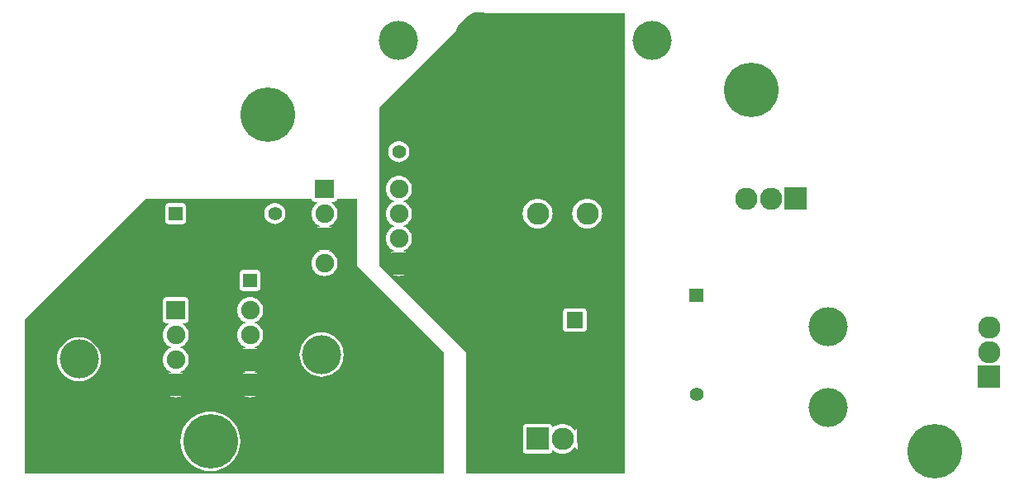
<source format=gbr>
G04 start of page 3 for group 1 idx 1 *
G04 Title: (unknown), ground *
G04 Creator: pcb 20110918 *
G04 CreationDate: Sun 16 Mar 2014 12:10:26 AM GMT UTC *
G04 For: tyrian *
G04 Format: Gerber/RS-274X *
G04 PCB-Dimensions: 800000 800000 *
G04 PCB-Coordinate-Origin: lower left *
%MOIN*%
%FSLAX25Y25*%
%LNBOTTOM*%
%ADD40C,0.0500*%
%ADD39C,0.0430*%
%ADD38C,0.0380*%
%ADD37C,0.0300*%
%ADD36C,0.1200*%
%ADD35C,0.0787*%
%ADD34C,0.0400*%
%ADD33C,0.0650*%
%ADD32C,0.0750*%
%ADD31C,0.0550*%
%ADD30C,0.2200*%
%ADD29C,0.1575*%
%ADD28C,0.0200*%
%ADD27C,0.0900*%
%ADD26C,0.0001*%
G54D26*G36*
X344325Y558675D02*X361000Y542000D01*
Y493000D01*
X344325D01*
Y532100D01*
X344339Y532099D01*
X345731Y532208D01*
X347090Y532534D01*
X348380Y533069D01*
X349571Y533799D01*
X350633Y534706D01*
X351540Y535768D01*
X352270Y536959D01*
X352805Y538249D01*
X353131Y539608D01*
X353213Y541000D01*
X353131Y542392D01*
X352805Y543751D01*
X352270Y545041D01*
X351540Y546232D01*
X350633Y547294D01*
X349571Y548201D01*
X348380Y548931D01*
X347090Y549466D01*
X345731Y549792D01*
X344339Y549901D01*
X344325Y549900D01*
Y558675D01*
G37*
G36*
X326000Y604000D02*Y577000D01*
X344325Y558675D01*
Y549900D01*
X342947Y549792D01*
X341588Y549466D01*
X340298Y548931D01*
X339107Y548201D01*
X338045Y547294D01*
X337138Y546232D01*
X336408Y545041D01*
X335873Y543751D01*
X335547Y542392D01*
X335438Y541000D01*
X335547Y539608D01*
X335873Y538249D01*
X336408Y536959D01*
X337138Y535768D01*
X338045Y534706D01*
X339107Y533799D01*
X340298Y533069D01*
X341588Y532534D01*
X342947Y532208D01*
X344325Y532100D01*
Y493000D01*
X311844D01*
Y532100D01*
X311858Y532099D01*
X313250Y532208D01*
X314609Y532534D01*
X315899Y533069D01*
X317090Y533799D01*
X318152Y534706D01*
X319059Y535768D01*
X319789Y536959D01*
X320324Y538249D01*
X320650Y539608D01*
X320732Y541000D01*
X320650Y542392D01*
X320324Y543751D01*
X319789Y545041D01*
X319059Y546232D01*
X318152Y547294D01*
X317090Y548201D01*
X315899Y548931D01*
X314609Y549466D01*
X313250Y549792D01*
X311858Y549901D01*
X311844Y549900D01*
Y572878D01*
X312176Y572799D01*
X313000Y572734D01*
X313824Y572799D01*
X314627Y572992D01*
X315391Y573308D01*
X316095Y573740D01*
X316724Y574276D01*
X317260Y574905D01*
X317692Y575609D01*
X318008Y576373D01*
X318201Y577176D01*
X318250Y578000D01*
X318201Y578824D01*
X318008Y579627D01*
X317692Y580391D01*
X317260Y581095D01*
X316724Y581724D01*
X316095Y582260D01*
X315391Y582692D01*
X314648Y583000D01*
X315391Y583308D01*
X316095Y583740D01*
X316724Y584276D01*
X317260Y584905D01*
X317692Y585609D01*
X318008Y586373D01*
X318201Y587176D01*
X318250Y588000D01*
X318201Y588824D01*
X318008Y589627D01*
X317692Y590391D01*
X317260Y591095D01*
X316724Y591724D01*
X316095Y592260D01*
X315391Y592692D01*
X314648Y593000D01*
X315391Y593308D01*
X316095Y593740D01*
X316724Y594276D01*
X317260Y594905D01*
X317692Y595609D01*
X318008Y596373D01*
X318201Y597176D01*
X318250Y598000D01*
X318201Y598824D01*
X318008Y599627D01*
X317692Y600391D01*
X317260Y601095D01*
X316724Y601724D01*
X316095Y602260D01*
X315391Y602692D01*
X315225Y602761D01*
X316985Y602764D01*
X317215Y602819D01*
X317433Y602909D01*
X317634Y603033D01*
X317814Y603186D01*
X317967Y603366D01*
X318091Y603567D01*
X318181Y603785D01*
X318233Y604000D01*
X326000D01*
G37*
G36*
X311844Y493000D02*X292993D01*
Y593737D01*
X293000Y593737D01*
X293667Y593789D01*
X294317Y593946D01*
X294935Y594202D01*
X295506Y594551D01*
X296014Y594986D01*
X296449Y595494D01*
X296798Y596065D01*
X297054Y596683D01*
X297211Y597333D01*
X297250Y598000D01*
X297211Y598667D01*
X297054Y599317D01*
X296798Y599935D01*
X296449Y600506D01*
X296014Y601014D01*
X295506Y601449D01*
X294935Y601798D01*
X294317Y602054D01*
X293667Y602211D01*
X293000Y602263D01*
X292993Y602263D01*
Y604000D01*
X307767D01*
X307819Y603785D01*
X307909Y603567D01*
X308033Y603366D01*
X308186Y603186D01*
X308366Y603033D01*
X308567Y602909D01*
X308785Y602819D01*
X309015Y602764D01*
X309250Y602750D01*
X310755Y602753D01*
X310609Y602692D01*
X309905Y602260D01*
X309276Y601724D01*
X308740Y601095D01*
X308308Y600391D01*
X307992Y599627D01*
X307799Y598824D01*
X307734Y598000D01*
X307799Y597176D01*
X307992Y596373D01*
X308308Y595609D01*
X308740Y594905D01*
X309276Y594276D01*
X309905Y593740D01*
X310609Y593308D01*
X311352Y593000D01*
X310609Y592692D01*
X309905Y592260D01*
X309276Y591724D01*
X308740Y591095D01*
X308308Y590391D01*
X307992Y589627D01*
X307799Y588824D01*
X307734Y588000D01*
X307799Y587176D01*
X307992Y586373D01*
X308308Y585609D01*
X308740Y584905D01*
X309276Y584276D01*
X309905Y583740D01*
X310609Y583308D01*
X311352Y583000D01*
X310609Y582692D01*
X309905Y582260D01*
X309276Y581724D01*
X308740Y581095D01*
X308308Y580391D01*
X307992Y579627D01*
X307799Y578824D01*
X307734Y578000D01*
X307799Y577176D01*
X307992Y576373D01*
X308308Y575609D01*
X308740Y574905D01*
X309276Y574276D01*
X309905Y573740D01*
X310609Y573308D01*
X311373Y572992D01*
X311844Y572878D01*
Y549900D01*
X310466Y549792D01*
X309107Y549466D01*
X307817Y548931D01*
X306626Y548201D01*
X305564Y547294D01*
X304657Y546232D01*
X303927Y545041D01*
X303392Y543751D01*
X303066Y542392D01*
X302957Y541000D01*
X303066Y539608D01*
X303392Y538249D01*
X303927Y536959D01*
X304657Y535768D01*
X305564Y534706D01*
X306626Y533799D01*
X307817Y533069D01*
X309107Y532534D01*
X310466Y532208D01*
X311844Y532100D01*
Y493000D01*
G37*
G36*
X292993D02*X283000D01*
Y523734D01*
X283824Y523799D01*
X284627Y523992D01*
X285391Y524308D01*
X286095Y524740D01*
X286724Y525276D01*
X287260Y525905D01*
X287692Y526609D01*
X288008Y527373D01*
X288201Y528176D01*
X288250Y529000D01*
X288201Y529824D01*
X288008Y530627D01*
X287692Y531391D01*
X287260Y532095D01*
X286724Y532724D01*
X286095Y533260D01*
X285391Y533692D01*
X284648Y534000D01*
X285391Y534308D01*
X286095Y534740D01*
X286724Y535276D01*
X287260Y535905D01*
X287692Y536609D01*
X288008Y537373D01*
X288201Y538176D01*
X288250Y539000D01*
X288201Y539824D01*
X288008Y540627D01*
X287692Y541391D01*
X287260Y542095D01*
X286724Y542724D01*
X286095Y543260D01*
X285391Y543692D01*
X284648Y544000D01*
X285391Y544308D01*
X286095Y544740D01*
X286724Y545276D01*
X287260Y545905D01*
X287692Y546609D01*
X288008Y547373D01*
X288201Y548176D01*
X288250Y549000D01*
X288201Y549824D01*
X288008Y550627D01*
X287692Y551391D01*
X287260Y552095D01*
X286724Y552724D01*
X286095Y553260D01*
X285391Y553692D01*
X284648Y554000D01*
X285391Y554308D01*
X286095Y554740D01*
X286724Y555276D01*
X287260Y555905D01*
X287692Y556609D01*
X288008Y557373D01*
X288201Y558176D01*
X288250Y559000D01*
X288201Y559824D01*
X288008Y560627D01*
X287692Y561391D01*
X287260Y562095D01*
X286724Y562724D01*
X286095Y563260D01*
X285391Y563692D01*
X284627Y564008D01*
X283824Y564201D01*
X283000Y564266D01*
Y566757D01*
X285985Y566764D01*
X286215Y566819D01*
X286433Y566909D01*
X286634Y567033D01*
X286814Y567186D01*
X286967Y567366D01*
X287091Y567567D01*
X287181Y567785D01*
X287236Y568015D01*
X287250Y568250D01*
X287236Y573985D01*
X287181Y574215D01*
X287091Y574433D01*
X286967Y574634D01*
X286814Y574814D01*
X286634Y574967D01*
X286433Y575091D01*
X286215Y575181D01*
X285985Y575236D01*
X285750Y575250D01*
X283000Y575243D01*
Y604000D01*
X292993D01*
Y602263D01*
X292333Y602211D01*
X291683Y602054D01*
X291065Y601798D01*
X290494Y601449D01*
X289986Y601014D01*
X289551Y600506D01*
X289202Y599935D01*
X288946Y599317D01*
X288789Y598667D01*
X288737Y598000D01*
X288789Y597333D01*
X288946Y596683D01*
X289202Y596065D01*
X289551Y595494D01*
X289986Y594986D01*
X290494Y594551D01*
X291065Y594202D01*
X291683Y593946D01*
X292333Y593789D01*
X292993Y593737D01*
Y493000D01*
G37*
G36*
X283000D02*X272993D01*
Y495599D01*
X274075Y496262D01*
X275511Y497489D01*
X276738Y498925D01*
X277725Y500535D01*
X278448Y502280D01*
X278889Y504117D01*
X279000Y506000D01*
X278889Y507883D01*
X278448Y509720D01*
X277725Y511465D01*
X276738Y513075D01*
X275511Y514511D01*
X274075Y515738D01*
X272993Y516401D01*
Y566737D01*
X273000Y566737D01*
X273667Y566789D01*
X274317Y566946D01*
X274935Y567202D01*
X275506Y567551D01*
X276014Y567986D01*
X276449Y568494D01*
X276798Y569065D01*
X277054Y569683D01*
X277211Y570333D01*
X277250Y571000D01*
X277211Y571667D01*
X277054Y572317D01*
X276798Y572935D01*
X276449Y573506D01*
X276014Y574014D01*
X275506Y574449D01*
X274935Y574798D01*
X274317Y575054D01*
X273667Y575211D01*
X273000Y575263D01*
X272993Y575263D01*
Y604000D01*
X283000D01*
Y575243D01*
X280015Y575236D01*
X279785Y575181D01*
X279567Y575091D01*
X279366Y574967D01*
X279186Y574814D01*
X279033Y574634D01*
X278909Y574433D01*
X278819Y574215D01*
X278764Y573985D01*
X278750Y573750D01*
X278764Y568015D01*
X278819Y567785D01*
X278909Y567567D01*
X279033Y567366D01*
X279186Y567186D01*
X279366Y567033D01*
X279567Y566909D01*
X279785Y566819D01*
X280015Y566764D01*
X280250Y566750D01*
X283000Y566757D01*
Y564266D01*
X282176Y564201D01*
X281373Y564008D01*
X280609Y563692D01*
X279905Y563260D01*
X279276Y562724D01*
X278740Y562095D01*
X278308Y561391D01*
X277992Y560627D01*
X277799Y559824D01*
X277734Y559000D01*
X277799Y558176D01*
X277992Y557373D01*
X278308Y556609D01*
X278740Y555905D01*
X279276Y555276D01*
X279905Y554740D01*
X280609Y554308D01*
X281352Y554000D01*
X280609Y553692D01*
X279905Y553260D01*
X279276Y552724D01*
X278740Y552095D01*
X278308Y551391D01*
X277992Y550627D01*
X277799Y549824D01*
X277734Y549000D01*
X277799Y548176D01*
X277992Y547373D01*
X278308Y546609D01*
X278740Y545905D01*
X279276Y545276D01*
X279905Y544740D01*
X280609Y544308D01*
X281352Y544000D01*
X280609Y543692D01*
X279905Y543260D01*
X279276Y542724D01*
X278740Y542095D01*
X278308Y541391D01*
X277992Y540627D01*
X277799Y539824D01*
X277734Y539000D01*
X277799Y538176D01*
X277992Y537373D01*
X278308Y536609D01*
X278740Y535905D01*
X279276Y535276D01*
X279905Y534740D01*
X280609Y534308D01*
X281352Y534000D01*
X280609Y533692D01*
X279905Y533260D01*
X279276Y532724D01*
X278740Y532095D01*
X278308Y531391D01*
X277992Y530627D01*
X277799Y529824D01*
X277734Y529000D01*
X277799Y528176D01*
X277992Y527373D01*
X278308Y526609D01*
X278740Y525905D01*
X279276Y525276D01*
X279905Y524740D01*
X280609Y524308D01*
X281373Y523992D01*
X282176Y523799D01*
X283000Y523734D01*
Y493000D01*
G37*
G36*
X272993Y516401D02*X272465Y516725D01*
X270720Y517448D01*
X268883Y517889D01*
X267000Y518037D01*
X266981Y518036D01*
Y604000D01*
X272993D01*
Y575263D01*
X272333Y575211D01*
X271683Y575054D01*
X271065Y574798D01*
X270494Y574449D01*
X269986Y574014D01*
X269551Y573506D01*
X269202Y572935D01*
X268946Y572317D01*
X268789Y571667D01*
X268737Y571000D01*
X268789Y570333D01*
X268946Y569683D01*
X269202Y569065D01*
X269551Y568494D01*
X269986Y567986D01*
X270494Y567551D01*
X271065Y567202D01*
X271683Y566946D01*
X272333Y566789D01*
X272993Y566737D01*
Y516401D01*
G37*
G36*
Y493000D02*X266981D01*
Y493964D01*
X267000Y493963D01*
X268883Y494111D01*
X270720Y494552D01*
X272465Y495275D01*
X272993Y495599D01*
Y493000D01*
G37*
G36*
X266981D02*X253000D01*
Y523734D01*
X253824Y523799D01*
X254627Y523992D01*
X255391Y524308D01*
X256095Y524740D01*
X256724Y525276D01*
X257260Y525905D01*
X257692Y526609D01*
X258008Y527373D01*
X258201Y528176D01*
X258250Y529000D01*
X258201Y529824D01*
X258008Y530627D01*
X257692Y531391D01*
X257260Y532095D01*
X256724Y532724D01*
X256095Y533260D01*
X255391Y533692D01*
X254648Y534000D01*
X255391Y534308D01*
X256095Y534740D01*
X256724Y535276D01*
X257260Y535905D01*
X257692Y536609D01*
X258008Y537373D01*
X258201Y538176D01*
X258250Y539000D01*
X258201Y539824D01*
X258008Y540627D01*
X257692Y541391D01*
X257260Y542095D01*
X256724Y542724D01*
X256095Y543260D01*
X255391Y543692D01*
X254648Y544000D01*
X255391Y544308D01*
X256095Y544740D01*
X256724Y545276D01*
X257260Y545905D01*
X257692Y546609D01*
X258008Y547373D01*
X258201Y548176D01*
X258250Y549000D01*
X258201Y549824D01*
X258008Y550627D01*
X257692Y551391D01*
X257260Y552095D01*
X256724Y552724D01*
X256095Y553260D01*
X255391Y553692D01*
X255225Y553761D01*
X256985Y553764D01*
X257215Y553819D01*
X257433Y553909D01*
X257634Y554033D01*
X257814Y554186D01*
X257967Y554366D01*
X258091Y554567D01*
X258181Y554785D01*
X258236Y555015D01*
X258250Y555250D01*
X258236Y562985D01*
X258181Y563215D01*
X258091Y563433D01*
X257967Y563634D01*
X257814Y563814D01*
X257634Y563967D01*
X257433Y564091D01*
X257215Y564181D01*
X256985Y564236D01*
X256750Y564250D01*
X253000Y564243D01*
Y593757D01*
X255985Y593764D01*
X256215Y593819D01*
X256433Y593909D01*
X256634Y594033D01*
X256814Y594186D01*
X256967Y594366D01*
X257091Y594567D01*
X257181Y594785D01*
X257236Y595015D01*
X257250Y595250D01*
X257236Y600985D01*
X257181Y601215D01*
X257091Y601433D01*
X256967Y601634D01*
X256814Y601814D01*
X256634Y601967D01*
X256433Y602091D01*
X256215Y602181D01*
X255985Y602236D01*
X255750Y602250D01*
X253000Y602243D01*
Y604000D01*
X266981D01*
Y518036D01*
X265117Y517889D01*
X263280Y517448D01*
X261535Y516725D01*
X259925Y515738D01*
X258489Y514511D01*
X257262Y513075D01*
X256275Y511465D01*
X255552Y509720D01*
X255111Y507883D01*
X254963Y506000D01*
X255111Y504117D01*
X255552Y502280D01*
X256275Y500535D01*
X257262Y498925D01*
X258489Y497489D01*
X259925Y496262D01*
X261535Y495275D01*
X263280Y494552D01*
X265117Y494111D01*
X266981Y493964D01*
Y493000D01*
G37*
G36*
X253000D02*X213986D01*
Y497761D01*
X214000Y497760D01*
X215392Y497869D01*
X216751Y498195D01*
X218041Y498730D01*
X219232Y499460D01*
X220294Y500367D01*
X221201Y501429D01*
X221931Y502620D01*
X222466Y503910D01*
X222792Y505269D01*
X222874Y506661D01*
X222792Y508053D01*
X222466Y509412D01*
X221931Y510702D01*
X221201Y511893D01*
X220294Y512955D01*
X219232Y513862D01*
X218041Y514592D01*
X216751Y515127D01*
X215392Y515453D01*
X214000Y515562D01*
X213986Y515561D01*
Y530242D01*
X214000Y530241D01*
X215392Y530350D01*
X216751Y530676D01*
X218041Y531211D01*
X219232Y531941D01*
X220294Y532848D01*
X221201Y533910D01*
X221931Y535101D01*
X222466Y536391D01*
X222792Y537750D01*
X222874Y539142D01*
X222792Y540534D01*
X222466Y541893D01*
X221931Y543183D01*
X221201Y544374D01*
X220294Y545436D01*
X219232Y546343D01*
X218041Y547073D01*
X216751Y547608D01*
X215392Y547934D01*
X214000Y548043D01*
X213986Y548042D01*
Y576986D01*
X241000Y604000D01*
X253000D01*
Y602243D01*
X250015Y602236D01*
X249785Y602181D01*
X249567Y602091D01*
X249366Y601967D01*
X249186Y601814D01*
X249033Y601634D01*
X248909Y601433D01*
X248819Y601215D01*
X248764Y600985D01*
X248750Y600750D01*
X248764Y595015D01*
X248819Y594785D01*
X248909Y594567D01*
X249033Y594366D01*
X249186Y594186D01*
X249366Y594033D01*
X249567Y593909D01*
X249785Y593819D01*
X250015Y593764D01*
X250250Y593750D01*
X253000Y593757D01*
Y564243D01*
X249015Y564236D01*
X248785Y564181D01*
X248567Y564091D01*
X248366Y563967D01*
X248186Y563814D01*
X248033Y563634D01*
X247909Y563433D01*
X247819Y563215D01*
X247764Y562985D01*
X247750Y562750D01*
X247764Y555015D01*
X247819Y554785D01*
X247909Y554567D01*
X248033Y554366D01*
X248186Y554186D01*
X248366Y554033D01*
X248567Y553909D01*
X248785Y553819D01*
X249015Y553764D01*
X249250Y553750D01*
X250755Y553753D01*
X250609Y553692D01*
X249905Y553260D01*
X249276Y552724D01*
X248740Y552095D01*
X248308Y551391D01*
X247992Y550627D01*
X247799Y549824D01*
X247734Y549000D01*
X247799Y548176D01*
X247992Y547373D01*
X248308Y546609D01*
X248740Y545905D01*
X249276Y545276D01*
X249905Y544740D01*
X250609Y544308D01*
X251352Y544000D01*
X250609Y543692D01*
X249905Y543260D01*
X249276Y542724D01*
X248740Y542095D01*
X248308Y541391D01*
X247992Y540627D01*
X247799Y539824D01*
X247734Y539000D01*
X247799Y538176D01*
X247992Y537373D01*
X248308Y536609D01*
X248740Y535905D01*
X249276Y535276D01*
X249905Y534740D01*
X250609Y534308D01*
X251352Y534000D01*
X250609Y533692D01*
X249905Y533260D01*
X249276Y532724D01*
X248740Y532095D01*
X248308Y531391D01*
X247992Y530627D01*
X247799Y529824D01*
X247734Y529000D01*
X247799Y528176D01*
X247992Y527373D01*
X248308Y526609D01*
X248740Y525905D01*
X249276Y525276D01*
X249905Y524740D01*
X250609Y524308D01*
X251373Y523992D01*
X252176Y523799D01*
X253000Y523734D01*
Y493000D01*
G37*
G36*
X213986D02*X192000D01*
Y555000D01*
X213986Y576986D01*
Y548042D01*
X212608Y547934D01*
X211249Y547608D01*
X209959Y547073D01*
X208768Y546343D01*
X207706Y545436D01*
X206799Y544374D01*
X206069Y543183D01*
X205534Y541893D01*
X205208Y540534D01*
X205099Y539142D01*
X205208Y537750D01*
X205534Y536391D01*
X206069Y535101D01*
X206799Y533910D01*
X207706Y532848D01*
X208768Y531941D01*
X209959Y531211D01*
X211249Y530676D01*
X212608Y530350D01*
X213986Y530242D01*
Y515561D01*
X212608Y515453D01*
X211249Y515127D01*
X209959Y514592D01*
X208768Y513862D01*
X207706Y512955D01*
X206799Y511893D01*
X206069Y510702D01*
X205534Y509412D01*
X205208Y508053D01*
X205099Y506661D01*
X205208Y505269D01*
X205534Y503910D01*
X206069Y502620D01*
X206799Y501429D01*
X207706Y500367D01*
X208768Y499460D01*
X209959Y498730D01*
X211249Y498195D01*
X212608Y497869D01*
X213986Y497761D01*
Y493000D01*
G37*
G36*
X434000Y679000D02*Y493000D01*
X418991D01*
Y500982D01*
X419000Y500981D01*
X419942Y501056D01*
X420860Y501276D01*
X421732Y501637D01*
X422538Y502131D01*
X423256Y502744D01*
X423869Y503462D01*
X424363Y504268D01*
X424724Y505140D01*
X424944Y506058D01*
X425000Y507000D01*
X424944Y507942D01*
X424724Y508860D01*
X424363Y509732D01*
X423869Y510538D01*
X423256Y511256D01*
X422538Y511869D01*
X421732Y512363D01*
X420860Y512724D01*
X419942Y512944D01*
X419000Y513019D01*
X418991Y513018D01*
Y591982D01*
X419000Y591981D01*
X419942Y592056D01*
X420860Y592276D01*
X421732Y592637D01*
X422538Y593131D01*
X423256Y593744D01*
X423869Y594462D01*
X424363Y595268D01*
X424724Y596140D01*
X424944Y597058D01*
X425000Y598000D01*
X424944Y598942D01*
X424724Y599860D01*
X424363Y600732D01*
X423869Y601538D01*
X423256Y602256D01*
X422538Y602869D01*
X421732Y603363D01*
X420860Y603724D01*
X419942Y603944D01*
X419000Y604019D01*
X418991Y604018D01*
Y661747D01*
X419862Y662768D01*
X420592Y663959D01*
X421127Y665249D01*
X421453Y666608D01*
X421535Y668000D01*
X421453Y669392D01*
X421127Y670751D01*
X420592Y672041D01*
X419862Y673232D01*
X418991Y674253D01*
Y679000D01*
X434000D01*
G37*
G36*
X418991Y674253D02*X418955Y674294D01*
X417893Y675201D01*
X416702Y675931D01*
X415412Y676466D01*
X414053Y676792D01*
X412661Y676901D01*
X412647Y676900D01*
Y679000D01*
X418991D01*
Y674253D01*
G37*
G36*
Y513018D02*X418058Y512944D01*
X417140Y512724D01*
X416268Y512363D01*
X415462Y511869D01*
X414744Y511256D01*
X414131Y510538D01*
X414000Y510324D01*
X413869Y510538D01*
X413256Y511256D01*
X412647Y511775D01*
Y550254D01*
X417485Y550264D01*
X417715Y550319D01*
X417933Y550409D01*
X418134Y550533D01*
X418314Y550686D01*
X418467Y550866D01*
X418591Y551067D01*
X418681Y551285D01*
X418736Y551515D01*
X418750Y551750D01*
X418736Y558485D01*
X418681Y558715D01*
X418591Y558933D01*
X418467Y559134D01*
X418314Y559314D01*
X418134Y559467D01*
X417933Y559591D01*
X417715Y559681D01*
X417485Y559736D01*
X417250Y559750D01*
X412647Y559741D01*
Y659100D01*
X412661Y659099D01*
X414053Y659208D01*
X415412Y659534D01*
X416702Y660069D01*
X417893Y660799D01*
X418955Y661706D01*
X418991Y661747D01*
Y604018D01*
X418058Y603944D01*
X417140Y603724D01*
X416268Y603363D01*
X415462Y602869D01*
X414744Y602256D01*
X414131Y601538D01*
X413637Y600732D01*
X413276Y599860D01*
X413056Y598942D01*
X412981Y598000D01*
X413056Y597058D01*
X413276Y596140D01*
X413637Y595268D01*
X414131Y594462D01*
X414744Y593744D01*
X415462Y593131D01*
X416268Y592637D01*
X417140Y592276D01*
X418058Y592056D01*
X418991Y591982D01*
Y513018D01*
G37*
G36*
Y493000D02*X412647D01*
Y502225D01*
X413256Y502744D01*
X413869Y503462D01*
X414000Y503676D01*
X414131Y503462D01*
X414744Y502744D01*
X415462Y502131D01*
X416268Y501637D01*
X417140Y501276D01*
X418058Y501056D01*
X418991Y500982D01*
Y493000D01*
G37*
G36*
X403993Y666093D02*X404195Y665249D01*
X404730Y663959D01*
X405460Y662768D01*
X406367Y661706D01*
X407429Y660799D01*
X408620Y660069D01*
X409910Y659534D01*
X411269Y659208D01*
X412647Y659100D01*
Y559741D01*
X410515Y559736D01*
X410285Y559681D01*
X410067Y559591D01*
X409866Y559467D01*
X409686Y559314D01*
X409533Y559134D01*
X409409Y558933D01*
X409319Y558715D01*
X409264Y558485D01*
X409250Y558250D01*
X409264Y551515D01*
X409319Y551285D01*
X409409Y551067D01*
X409533Y550866D01*
X409686Y550686D01*
X409866Y550533D01*
X410067Y550409D01*
X410285Y550319D01*
X410515Y550264D01*
X410750Y550250D01*
X412647Y550254D01*
Y511775D01*
X412538Y511869D01*
X411732Y512363D01*
X410860Y512724D01*
X409942Y512944D01*
X409000Y513019D01*
X408058Y512944D01*
X407140Y512724D01*
X406268Y512363D01*
X405462Y511869D01*
X404987Y511463D01*
X404986Y511735D01*
X404931Y511965D01*
X404841Y512183D01*
X404717Y512384D01*
X404564Y512564D01*
X404384Y512717D01*
X404183Y512841D01*
X403993Y512920D01*
Y550236D01*
X404000Y550235D01*
X404745Y550294D01*
X405472Y550469D01*
X406163Y550755D01*
X406801Y551145D01*
X407369Y551631D01*
X407855Y552199D01*
X408245Y552837D01*
X408531Y553528D01*
X408706Y554255D01*
X408750Y555000D01*
X408706Y555745D01*
X408531Y556472D01*
X408245Y557163D01*
X407855Y557801D01*
X407369Y558369D01*
X406801Y558855D01*
X406163Y559245D01*
X405472Y559531D01*
X404745Y559706D01*
X404000Y559765D01*
X403993Y559764D01*
Y594664D01*
X404363Y595268D01*
X404724Y596140D01*
X404944Y597058D01*
X405000Y598000D01*
X404944Y598942D01*
X404724Y599860D01*
X404363Y600732D01*
X403993Y601336D01*
Y666093D01*
G37*
G36*
Y679000D02*X412647D01*
Y676900D01*
X411269Y676792D01*
X409910Y676466D01*
X408620Y675931D01*
X407429Y675201D01*
X406367Y674294D01*
X405460Y673232D01*
X404730Y672041D01*
X404195Y670751D01*
X403993Y669907D01*
Y679000D01*
G37*
G36*
X412647Y493000D02*X403993D01*
Y501080D01*
X404183Y501159D01*
X404384Y501283D01*
X404564Y501436D01*
X404717Y501616D01*
X404841Y501817D01*
X404931Y502035D01*
X404986Y502265D01*
X405000Y502500D01*
X405000Y502526D01*
X405462Y502131D01*
X406268Y501637D01*
X407140Y501276D01*
X408058Y501056D01*
X409000Y500981D01*
X409942Y501056D01*
X410860Y501276D01*
X411732Y501637D01*
X412538Y502131D01*
X412647Y502225D01*
Y493000D01*
G37*
G36*
X403993D02*X375325D01*
Y659100D01*
X375339Y659099D01*
X376731Y659208D01*
X378090Y659534D01*
X379380Y660069D01*
X380571Y660799D01*
X381633Y661706D01*
X382540Y662768D01*
X383270Y663959D01*
X383805Y665249D01*
X384131Y666608D01*
X384213Y668000D01*
X384131Y669392D01*
X383805Y670751D01*
X383270Y672041D01*
X382540Y673232D01*
X381633Y674294D01*
X380571Y675201D01*
X379380Y675931D01*
X378090Y676466D01*
X376731Y676792D01*
X375339Y676901D01*
X375325Y676900D01*
Y679000D01*
X403993D01*
Y669907D01*
X403869Y669392D01*
X403760Y668000D01*
X403869Y666608D01*
X403993Y666093D01*
Y601336D01*
X403869Y601538D01*
X403256Y602256D01*
X402538Y602869D01*
X401732Y603363D01*
X400860Y603724D01*
X399942Y603944D01*
X399000Y604019D01*
X398058Y603944D01*
X397140Y603724D01*
X396268Y603363D01*
X395462Y602869D01*
X394744Y602256D01*
X394131Y601538D01*
X393637Y600732D01*
X393276Y599860D01*
X393056Y598942D01*
X392981Y598000D01*
X393056Y597058D01*
X393276Y596140D01*
X393637Y595268D01*
X394131Y594462D01*
X394744Y593744D01*
X395462Y593131D01*
X396268Y592637D01*
X397140Y592276D01*
X398058Y592056D01*
X399000Y591981D01*
X399942Y592056D01*
X400860Y592276D01*
X401732Y592637D01*
X402538Y593131D01*
X403256Y593744D01*
X403869Y594462D01*
X403993Y594664D01*
Y559764D01*
X403255Y559706D01*
X402528Y559531D01*
X401837Y559245D01*
X401199Y558855D01*
X400631Y558369D01*
X400145Y557801D01*
X399755Y557163D01*
X399469Y556472D01*
X399294Y555745D01*
X399235Y555000D01*
X399294Y554255D01*
X399469Y553528D01*
X399755Y552837D01*
X400145Y552199D01*
X400631Y551631D01*
X401199Y551145D01*
X401837Y550755D01*
X402528Y550469D01*
X403255Y550294D01*
X403993Y550236D01*
Y512920D01*
X403965Y512931D01*
X403735Y512986D01*
X403500Y513000D01*
X394265Y512986D01*
X394035Y512931D01*
X393817Y512841D01*
X393616Y512717D01*
X393436Y512564D01*
X393283Y512384D01*
X393159Y512183D01*
X393069Y511965D01*
X393014Y511735D01*
X393000Y511500D01*
X393014Y502265D01*
X393069Y502035D01*
X393159Y501817D01*
X393283Y501616D01*
X393436Y501436D01*
X393616Y501283D01*
X393817Y501159D01*
X394035Y501069D01*
X394265Y501014D01*
X394500Y501000D01*
X403735Y501014D01*
X403965Y501069D01*
X403993Y501080D01*
Y493000D01*
G37*
G36*
X375325D02*X370000D01*
Y542000D01*
X353000Y559000D01*
Y618757D01*
X355985Y618764D01*
X356215Y618819D01*
X356433Y618909D01*
X356634Y619033D01*
X356814Y619186D01*
X356967Y619366D01*
X357091Y619567D01*
X357181Y619785D01*
X357236Y620015D01*
X357250Y620250D01*
X357236Y625985D01*
X357181Y626215D01*
X357091Y626433D01*
X356967Y626634D01*
X356814Y626814D01*
X356634Y626967D01*
X356433Y627091D01*
X356215Y627181D01*
X355985Y627236D01*
X355750Y627250D01*
X353000Y627243D01*
Y659000D01*
X373000Y679000D01*
X375325D01*
Y676900D01*
X373947Y676792D01*
X372588Y676466D01*
X371298Y675931D01*
X370107Y675201D01*
X369045Y674294D01*
X368138Y673232D01*
X367408Y672041D01*
X366873Y670751D01*
X366547Y669392D01*
X366438Y668000D01*
X366547Y666608D01*
X366873Y665249D01*
X367408Y663959D01*
X368138Y662768D01*
X369045Y661706D01*
X370107Y660799D01*
X371298Y660069D01*
X372588Y659534D01*
X373947Y659208D01*
X375325Y659100D01*
Y493000D01*
G37*
G36*
X353000Y559000D02*X342993Y569007D01*
Y572734D01*
X343000Y572734D01*
X343824Y572799D01*
X344627Y572992D01*
X345391Y573308D01*
X346095Y573740D01*
X346724Y574276D01*
X347260Y574905D01*
X347692Y575609D01*
X348008Y576373D01*
X348201Y577176D01*
X348250Y578000D01*
X348201Y578824D01*
X348008Y579627D01*
X347692Y580391D01*
X347260Y581095D01*
X346724Y581724D01*
X346095Y582260D01*
X345391Y582692D01*
X344648Y583000D01*
X345391Y583308D01*
X346095Y583740D01*
X346724Y584276D01*
X347260Y584905D01*
X347692Y585609D01*
X348008Y586373D01*
X348201Y587176D01*
X348250Y588000D01*
X348201Y588824D01*
X348008Y589627D01*
X347692Y590391D01*
X347260Y591095D01*
X346724Y591724D01*
X346095Y592260D01*
X345391Y592692D01*
X344648Y593000D01*
X345391Y593308D01*
X346095Y593740D01*
X346724Y594276D01*
X347260Y594905D01*
X347692Y595609D01*
X348008Y596373D01*
X348201Y597176D01*
X348250Y598000D01*
X348201Y598824D01*
X348008Y599627D01*
X347692Y600391D01*
X347260Y601095D01*
X346724Y601724D01*
X346095Y602260D01*
X345391Y602692D01*
X344648Y603000D01*
X345391Y603308D01*
X346095Y603740D01*
X346724Y604276D01*
X347260Y604905D01*
X347692Y605609D01*
X348008Y606373D01*
X348201Y607176D01*
X348250Y608000D01*
X348201Y608824D01*
X348008Y609627D01*
X347692Y610391D01*
X347260Y611095D01*
X346724Y611724D01*
X346095Y612260D01*
X345391Y612692D01*
X344627Y613008D01*
X343824Y613201D01*
X343000Y613266D01*
X342993Y613266D01*
Y618737D01*
X343000Y618737D01*
X343667Y618789D01*
X344317Y618946D01*
X344935Y619202D01*
X345506Y619551D01*
X346014Y619986D01*
X346449Y620494D01*
X346798Y621065D01*
X347054Y621683D01*
X347211Y622333D01*
X347250Y623000D01*
X347211Y623667D01*
X347054Y624317D01*
X346798Y624935D01*
X346449Y625506D01*
X346014Y626014D01*
X345506Y626449D01*
X344935Y626798D01*
X344317Y627054D01*
X343667Y627211D01*
X343000Y627263D01*
X342993Y627263D01*
Y648993D01*
X353000Y659000D01*
Y627243D01*
X350015Y627236D01*
X349785Y627181D01*
X349567Y627091D01*
X349366Y626967D01*
X349186Y626814D01*
X349033Y626634D01*
X348909Y626433D01*
X348819Y626215D01*
X348764Y625985D01*
X348750Y625750D01*
X348764Y620015D01*
X348819Y619785D01*
X348909Y619567D01*
X349033Y619366D01*
X349186Y619186D01*
X349366Y619033D01*
X349567Y618909D01*
X349785Y618819D01*
X350015Y618764D01*
X350250Y618750D01*
X353000Y618757D01*
Y559000D01*
G37*
G36*
X342993Y569007D02*X335000Y577000D01*
Y641000D01*
X342993Y648993D01*
Y627263D01*
X342333Y627211D01*
X341683Y627054D01*
X341065Y626798D01*
X340494Y626449D01*
X339986Y626014D01*
X339551Y625506D01*
X339202Y624935D01*
X338946Y624317D01*
X338789Y623667D01*
X338737Y623000D01*
X338789Y622333D01*
X338946Y621683D01*
X339202Y621065D01*
X339551Y620494D01*
X339986Y619986D01*
X340494Y619551D01*
X341065Y619202D01*
X341683Y618946D01*
X342333Y618789D01*
X342993Y618737D01*
Y613266D01*
X342176Y613201D01*
X341373Y613008D01*
X340609Y612692D01*
X339905Y612260D01*
X339276Y611724D01*
X338740Y611095D01*
X338308Y610391D01*
X337992Y609627D01*
X337799Y608824D01*
X337734Y608000D01*
X337799Y607176D01*
X337992Y606373D01*
X338308Y605609D01*
X338740Y604905D01*
X339276Y604276D01*
X339905Y603740D01*
X340609Y603308D01*
X341352Y603000D01*
X340609Y602692D01*
X339905Y602260D01*
X339276Y601724D01*
X338740Y601095D01*
X338308Y600391D01*
X337992Y599627D01*
X337799Y598824D01*
X337734Y598000D01*
X337799Y597176D01*
X337992Y596373D01*
X338308Y595609D01*
X338740Y594905D01*
X339276Y594276D01*
X339905Y593740D01*
X340609Y593308D01*
X341352Y593000D01*
X340609Y592692D01*
X339905Y592260D01*
X339276Y591724D01*
X338740Y591095D01*
X338308Y590391D01*
X337992Y589627D01*
X337799Y588824D01*
X337734Y588000D01*
X337799Y587176D01*
X337992Y586373D01*
X338308Y585609D01*
X338740Y584905D01*
X339276Y584276D01*
X339905Y583740D01*
X340609Y583308D01*
X341352Y583000D01*
X340609Y582692D01*
X339905Y582260D01*
X339276Y581724D01*
X338740Y581095D01*
X338308Y580391D01*
X337992Y579627D01*
X337799Y578824D01*
X337734Y578000D01*
X337799Y577176D01*
X337992Y576373D01*
X338308Y575609D01*
X338740Y574905D01*
X339276Y574276D01*
X339905Y573740D01*
X340609Y573308D01*
X341373Y572992D01*
X342176Y572799D01*
X342993Y572734D01*
Y569007D01*
G37*
G54D27*X253000Y529000D02*X248000D01*
X255000D01*
X283000D02*X278000D01*
X287000D01*
X283000Y539000D02*X277000D01*
X288000D01*
X273000Y571000D02*Y577000D01*
Y567000D01*
X313000Y588000D02*X307000D01*
X317000D01*
X354000Y541000D02*X345000Y550000D01*
X343000D02*X336000Y543000D01*
Y542000D01*
X347000Y531000D01*
X351000Y535000D01*
Y541000D01*
X343000Y578000D02*X341000D01*
X346000D01*
X213000Y515000D02*X205000Y507000D01*
Y506000D01*
X212000Y499000D01*
X214000Y506661D02*X214339Y507000D01*
X223000D01*
X215000Y515000D01*
X213000D01*
X212000Y499000D02*X219000D01*
X221000Y501000D01*
X344339Y541000D02*X354000D01*
X345000Y550000D02*X343000D01*
X353000Y623000D02*Y629000D01*
Y616000D01*
X375000Y675000D02*X376000D01*
X383000Y668000D01*
Y667000D01*
X377000Y661000D01*
X374000D01*
X370000Y665000D01*
Y671000D01*
X374000Y675000D01*
X420339Y655000D02*X429000D01*
X420000Y664000D01*
X411000Y655000D01*
X420000Y646000D01*
X428000Y654000D01*
X404000Y555000D02*Y562000D01*
Y550000D01*
G54D28*X408000Y566000D02*Y542000D01*
G54D27*X404000Y555000D02*X397000D01*
X419000Y507000D02*Y517000D01*
Y513000D01*
X425000Y507000D01*
X419000Y501000D01*
G54D28*X416000Y502000D02*Y507000D01*
G54D27*X414000Y662000D02*X410000D01*
X405000Y667000D01*
Y670000D01*
X409000Y674000D01*
X414000D01*
X419000Y669000D01*
G54D26*G36*
X498500Y608500D02*Y599500D01*
X507500D01*
Y608500D01*
X498500D01*
G37*
G54D27*X493000Y604000D03*
X483000D03*
G54D29*X445142Y668000D03*
G54D30*X485000Y648000D03*
G54D26*G36*
X576500Y536500D02*Y527500D01*
X585500D01*
Y536500D01*
X576500D01*
G37*
G54D27*X581000Y542000D03*
Y552000D03*
G54D29*X516000Y552142D03*
Y519661D03*
G54D26*G36*
X460250Y567750D02*Y562250D01*
X465750D01*
Y567750D01*
X460250D01*
G37*
G54D31*X463000Y525000D03*
G54D30*X559000Y502000D03*
G54D26*G36*
X280250Y573750D02*Y568250D01*
X285750D01*
Y573750D01*
X280250D01*
G37*
G54D32*X283000Y549000D03*
Y559000D03*
G54D31*X293000Y598000D03*
X273000Y571000D03*
G54D29*X311858Y541000D03*
X344339D03*
G54D32*X283000Y529000D03*
Y539000D03*
G54D26*G36*
X249250Y562750D02*Y555250D01*
X256750D01*
Y562750D01*
X249250D01*
G37*
G36*
X250250Y600750D02*Y595250D01*
X255750D01*
Y600750D01*
X250250D01*
G37*
G54D32*X253000Y549000D03*
G54D29*X214000Y539142D03*
Y506661D03*
G54D32*X253000Y539000D03*
Y529000D03*
G54D30*X267000Y506000D03*
G54D26*G36*
X350250Y625750D02*Y620250D01*
X355750D01*
Y625750D01*
X350250D01*
G37*
G54D29*X342858Y668000D03*
X375339D03*
X412661D03*
G54D31*X343000Y623000D03*
G54D32*Y578000D03*
Y588000D03*
Y598000D03*
Y608000D03*
G54D26*G36*
X410750Y558250D02*Y551750D01*
X417250D01*
Y558250D01*
X410750D01*
G37*
G54D33*X404000Y555000D03*
G54D26*G36*
X394500Y511500D02*Y502500D01*
X403500D01*
Y511500D01*
X394500D01*
G37*
G54D27*X409000Y507000D03*
X419000D03*
Y598000D03*
X399000D03*
G54D26*G36*
X309250Y611750D02*Y604250D01*
X316750D01*
Y611750D01*
X309250D01*
G37*
G54D30*X290000Y638000D03*
G54D32*X313000Y598000D03*
Y588000D03*
Y578000D03*
G54D34*G54D35*G54D36*G54D34*G54D35*G54D37*G54D36*G54D37*G54D38*G54D37*G54D35*G54D38*G54D37*G54D38*G54D35*G54D38*G54D36*G54D37*G54D35*G54D37*G54D38*G54D39*G54D40*G54D34*G54D38*G54D36*G54D38*M02*

</source>
